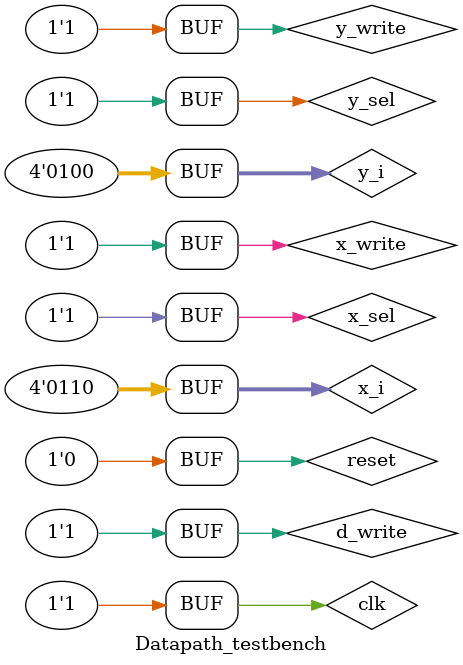
<source format=v>
`timescale 1ns / 1ps


module Datapath_testbench;

	// Inputs
	reg reset;
	reg clk;
	reg [3:0] x_i;
	reg [3:0] y_i;
	reg x_sel;
	reg y_sel;
	reg x_write;
	reg y_write;
	reg d_write;

	// Outputs
	wire notEqual;
	wire lessThan;
	wire [3:0] d_o;

	// Instantiate the Unit Under Test (UUT)
	Datapath uut (
		.reset(reset), 
		.clk(clk), 
		.x_i(x_i), 
		.y_i(y_i), 
		.x_sel(x_sel), 
		.y_sel(y_sel), 
		.x_write(x_write), 
		.y_write(y_write), 
		.d_write(d_write), 
		.notEqual(notEqual), 
		.lessThan(lessThan), 
		.d_o(d_o)
	);
	
	always begin
	clk = 0;
	#10;
	clk = 1;
	#10;
	
	end

	initial begin
		// Initialize Inputs
		reset = 0;
		x_i = 0;
		y_i = 0;
		x_sel = 0;
		y_sel = 0;
		x_write = 0;
		y_write = 0;
		d_write = 1;

		// Wait 100 ns for global reset to finish
		#100;
      reset = 1;
		
		#50;
		reset = 0;
		
		#50;
		x_i = 6;
		y_i = 4;
		
		x_write = 1;
		y_write = 1;
		
		#50;
		x_sel = 1;
		y_sel = 1;
		
		#100;
		
		// Add stimulus here

	end
      
endmodule


</source>
